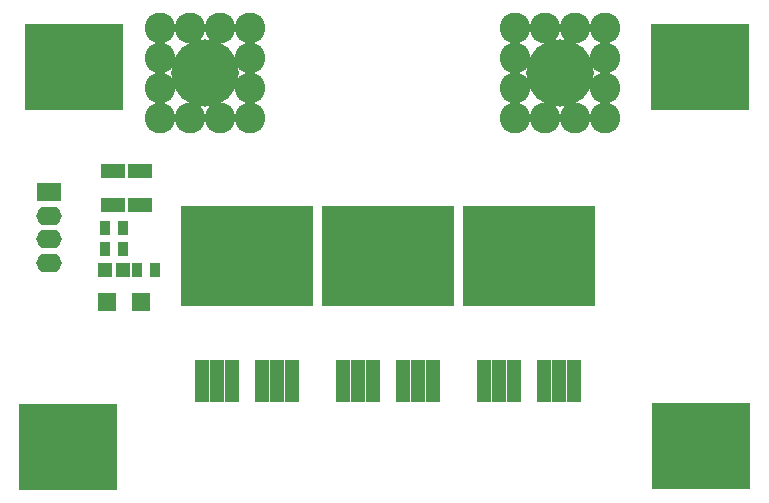
<source format=gbr>
G04 #@! TF.GenerationSoftware,KiCad,Pcbnew,(2017-08-25 revision dd37d0595)-makepkg*
G04 #@! TF.CreationDate,2018-05-27T00:49:56-04:00*
G04 #@! TF.ProjectId,Anti-Spark-Switch,416E74692D537061726B2D5377697463,rev?*
G04 #@! TF.SameCoordinates,Original*
G04 #@! TF.FileFunction,Soldermask,Top*
G04 #@! TF.FilePolarity,Negative*
%FSLAX46Y46*%
G04 Gerber Fmt 4.6, Leading zero omitted, Abs format (unit mm)*
G04 Created by KiCad (PCBNEW (2017-08-25 revision dd37d0595)-makepkg) date 05/27/18 00:49:56*
%MOMM*%
%LPD*%
G01*
G04 APERTURE LIST*
%ADD10C,5.700000*%
%ADD11C,2.600000*%
%ADD12O,2.150000X1.600000*%
%ADD13R,2.150000X1.600000*%
%ADD14R,1.500000X1.500000*%
%ADD15R,8.400000X7.400000*%
%ADD16R,1.200000X1.150000*%
%ADD17R,0.900000X1.300000*%
%ADD18R,1.299160X3.600400*%
%ADD19R,11.200080X8.550860*%
%ADD20R,2.100000X1.300000*%
G04 APERTURE END LIST*
D10*
X162315000Y-82790000D03*
D11*
X166125000Y-78980000D03*
X163585000Y-78980000D03*
X166125000Y-81520000D03*
X166125000Y-84060000D03*
X166125000Y-86600000D03*
X163585000Y-86600000D03*
X161045000Y-86600000D03*
X158505000Y-86600000D03*
X158505000Y-84060000D03*
X158505000Y-81520000D03*
X158505000Y-78980000D03*
X161045000Y-78980000D03*
D10*
X132315000Y-82790000D03*
D11*
X136125000Y-78980000D03*
X133585000Y-78980000D03*
X136125000Y-81520000D03*
X136125000Y-84060000D03*
X136125000Y-86600000D03*
X133585000Y-86600000D03*
X131045000Y-86600000D03*
X128505000Y-86600000D03*
X128505000Y-84060000D03*
X128505000Y-81520000D03*
X128505000Y-78980000D03*
X131045000Y-78980000D03*
D12*
X119100000Y-98890000D03*
X119100000Y-96890000D03*
X119100000Y-94890000D03*
D13*
X119100000Y-92890000D03*
D14*
X126840000Y-102215000D03*
X124040000Y-102215000D03*
D15*
X174300000Y-114440000D03*
X174200000Y-82280000D03*
X120690000Y-114515000D03*
X121210000Y-82300000D03*
D16*
X125324000Y-99477000D03*
X123824000Y-99477000D03*
D17*
X128065000Y-99465000D03*
X126565000Y-99465000D03*
X125324000Y-95921000D03*
X123824000Y-95921000D03*
X123824000Y-97699000D03*
X125324000Y-97699000D03*
D18*
X139652000Y-108929540D03*
X138382000Y-108929540D03*
X137112000Y-108929540D03*
X134572000Y-108929540D03*
X133302000Y-108929540D03*
X132032000Y-108929540D03*
D19*
X135842000Y-98327580D03*
D18*
X151590000Y-108929540D03*
X150320000Y-108929540D03*
X149050000Y-108929540D03*
X146510000Y-108929540D03*
X145240000Y-108929540D03*
X143970000Y-108929540D03*
D19*
X147780000Y-98327580D03*
D18*
X163528000Y-108929540D03*
X162258000Y-108929540D03*
X160988000Y-108929540D03*
X158448000Y-108929540D03*
X157178000Y-108929540D03*
X155908000Y-108929540D03*
D19*
X159718000Y-98327580D03*
D20*
X126790000Y-94015000D03*
X126790000Y-91115000D03*
X124465000Y-91115000D03*
X124465000Y-94015000D03*
M02*

</source>
